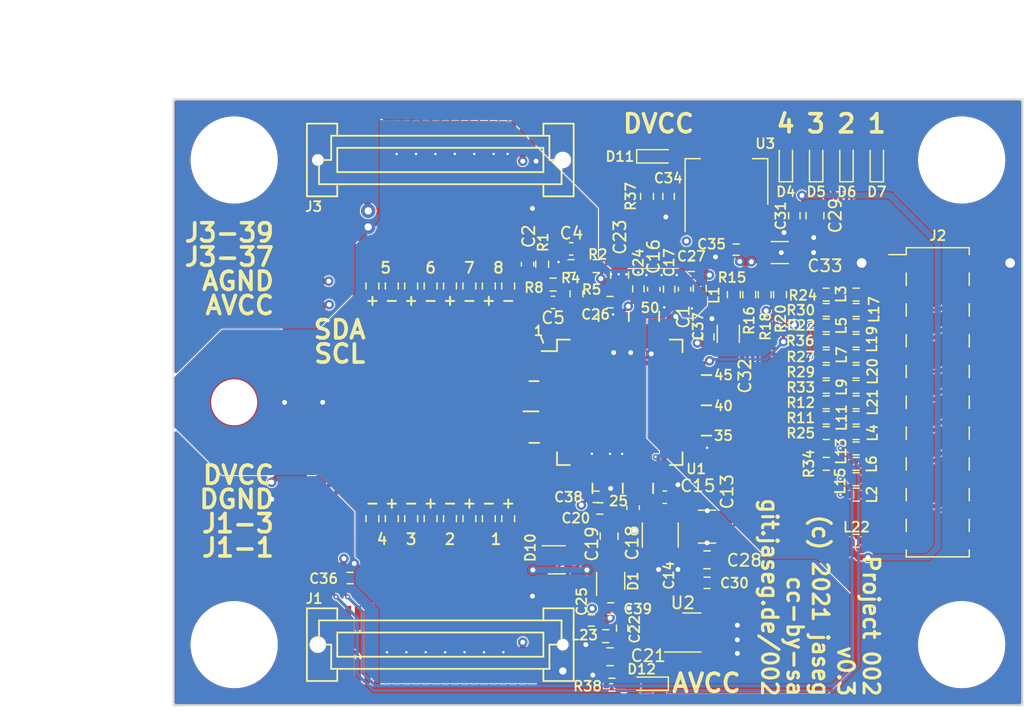
<source format=kicad_pcb>
(kicad_pcb (version 20210126) (generator pcbnew)

  (general
    (thickness 1.66)
  )

  (paper "A4")
  (layers
    (0 "F.Cu" signal)
    (1 "In1.Cu" signal)
    (2 "In2.Cu" signal)
    (31 "B.Cu" signal)
    (32 "B.Adhes" user "B.Adhesive")
    (33 "F.Adhes" user "F.Adhesive")
    (34 "B.Paste" user)
    (35 "F.Paste" user)
    (36 "B.SilkS" user "B.Silkscreen")
    (37 "F.SilkS" user "F.Silkscreen")
    (38 "B.Mask" user)
    (39 "F.Mask" user)
    (40 "Dwgs.User" user "User.Drawings")
    (41 "Cmts.User" user "User.Comments")
    (42 "Eco1.User" user "User.Eco1")
    (43 "Eco2.User" user "User.Eco2")
    (44 "Edge.Cuts" user)
    (45 "Margin" user)
    (46 "B.CrtYd" user "B.Courtyard")
    (47 "F.CrtYd" user "F.Courtyard")
    (48 "B.Fab" user)
    (49 "F.Fab" user)
  )

  (setup
    (stackup
      (layer "F.SilkS" (type "Top Silk Screen"))
      (layer "F.Paste" (type "Top Solder Paste"))
      (layer "F.Mask" (type "Top Solder Mask") (color "Green") (thickness 0.01))
      (layer "F.Cu" (type "copper") (thickness 0.035))
      (layer "dielectric 1" (type "core") (thickness 0.5) (material "FR4") (epsilon_r 4.5) (loss_tangent 0.02))
      (layer "In1.Cu" (type "copper") (thickness 0.035))
      (layer "dielectric 2" (type "prepreg") (thickness 0.5) (material "FR4") (epsilon_r 4.5) (loss_tangent 0.02))
      (layer "In2.Cu" (type "copper") (thickness 0.035))
      (layer "dielectric 3" (type "core") (thickness 0.5) (material "FR4") (epsilon_r 4.5) (loss_tangent 0.02))
      (layer "B.Cu" (type "copper") (thickness 0.035))
      (layer "B.Mask" (type "Bottom Solder Mask") (color "Green") (thickness 0.01))
      (layer "B.Paste" (type "Bottom Solder Paste"))
      (layer "B.SilkS" (type "Bottom Silk Screen"))
      (copper_finish "None")
      (dielectric_constraints no)
    )
    (pcbplotparams
      (layerselection 0x00010fc_80000007)
      (disableapertmacros false)
      (usegerberextensions true)
      (usegerberattributes true)
      (usegerberadvancedattributes true)
      (creategerberjobfile true)
      (svguseinch false)
      (svgprecision 6)
      (excludeedgelayer true)
      (plotframeref false)
      (viasonmask false)
      (mode 1)
      (useauxorigin false)
      (hpglpennumber 1)
      (hpglpenspeed 20)
      (hpglpendiameter 15.000000)
      (dxfpolygonmode true)
      (dxfimperialunits true)
      (dxfusepcbnewfont true)
      (psnegative false)
      (psa4output false)
      (plotreference true)
      (plotvalue true)
      (plotinvisibletext false)
      (sketchpadsonfab false)
      (subtractmaskfromsilk false)
      (outputformat 1)
      (mirror false)
      (drillshape 0)
      (scaleselection 1)
      (outputdirectory "gerber")
    )
  )


  (net 0 "")
  (net 1 "VDDA")
  (net 2 "VSSA")
  (net 3 "GNDD")
  (net 4 "VDD")
  (net 5 "Net-(U1-Pad64)")
  (net 6 "+BATT")
  (net 7 "/BIAS")
  (net 8 "Net-(C21-Pad1)")
  (net 9 "Net-(D1-Pad6)")
  (net 10 "/IN3P")
  (net 11 "/IN4N")
  (net 12 "/IN3N")
  (net 13 "/IN4P")
  (net 14 "Net-(D2-Pad6)")
  (net 15 "/IN1P")
  (net 16 "/IN2N")
  (net 17 "/IN1N")
  (net 18 "/IN2P")
  (net 19 "Net-(D3-Pad6)")
  (net 20 "Net-(D4-Pad1)")
  (net 21 "Net-(D5-Pad1)")
  (net 22 "Net-(D6-Pad1)")
  (net 23 "Net-(D7-Pad1)")
  (net 24 "/IN5P")
  (net 25 "/IN6N")
  (net 26 "/IN5N")
  (net 27 "/IN6P")
  (net 28 "Net-(D8-Pad6)")
  (net 29 "/IN7P")
  (net 30 "/IN8N")
  (net 31 "/IN7N")
  (net 32 "/IN8P")
  (net 33 "Net-(D9-Pad6)")
  (net 34 "Net-(D10-Pad1)")
  (net 35 "Net-(D10-Pad2)")
  (net 36 "Net-(D10-Pad6)")
  (net 37 "Net-(J2-Pad5)")
  (net 38 "Net-(J2-Pad9)")
  (net 39 "Net-(J2-Pad10)")
  (net 40 "Net-(J2-Pad11)")
  (net 41 "Net-(J2-Pad12)")
  (net 42 "Net-(J2-Pad13)")
  (net 43 "Net-(J2-Pad14)")
  (net 44 "Net-(J2-Pad15)")
  (net 45 "Net-(J2-Pad17)")
  (net 46 "Net-(J2-Pad18)")
  (net 47 "/ADS_NPWDN")
  (net 48 "/ADS_NRST")
  (net 49 "/ADS_SCK")
  (net 50 "/ADS_MISO")
  (net 51 "/ADS_MOSI")
  (net 52 "/ADS_NCS")
  (net 53 "/ADS_START")
  (net 54 "/ADS_NDRDY")
  (net 55 "/ADS_CLK")
  (net 56 "/ADS_CLKSEL")
  (net 57 "/ADS_DAISY_IN")
  (net 58 "Net-(U2-Pad4)")
  (net 59 "Net-(D11-Pad1)")
  (net 60 "/AVDD1")
  (net 61 "/BIASOUT")
  (net 62 "/1PD")
  (net 63 "/1ND")
  (net 64 "/BIASREF")
  (net 65 "/BIASINV")
  (net 66 "/2PD")
  (net 67 "/2ND")
  (net 68 "/3PD")
  (net 69 "/3ND")
  (net 70 "/4PD")
  (net 71 "/4ND")
  (net 72 "/5PD")
  (net 73 "/5ND")
  (net 74 "/6PD")
  (net 75 "/6ND")
  (net 76 "/7PD")
  (net 77 "/7ND")
  (net 78 "/8PD")
  (net 79 "/8ND")
  (net 80 "/VCAP1")
  (net 81 "/VCAP2")
  (net 82 "/VCAP3")
  (net 83 "/VCAP4")
  (net 84 "/VREFP")
  (net 85 "/SRB1")
  (net 86 "/SRB2")
  (net 87 "/BIASIN")
  (net 88 "/ADS_NPWDN_DR")
  (net 89 "/ADS_NRST_DR")
  (net 90 "/ADS_GPIO4")
  (net 91 "/ADS_GPIO3")
  (net 92 "/ADS_GPIO2")
  (net 93 "/ADS_GPIO1")
  (net 94 "/ADS_SCLK_DR")
  (net 95 "/ADS_DOUT_DR")
  (net 96 "/ADS_DIN_DR")
  (net 97 "/ADS_NCS_DR")
  (net 98 "/ADS_START_DR")
  (net 99 "/ADS_NDRDY_DR")
  (net 100 "/ADS_CLK_DR")
  (net 101 "/ADS_CLKSEL_DR")
  (net 102 "/ADS_DAISY_IN_DR")
  (net 103 "Net-(J1-Pad35)")
  (net 104 "Net-(J2-Pad3)")
  (net 105 "Net-(J2-Pad4)")
  (net 106 "Net-(J2-Pad6)")
  (net 107 "Net-(J2-Pad7)")
  (net 108 "Net-(J2-Pad8)")
  (net 109 "Net-(J1-Pad1)")
  (net 110 "/SDA_PT")
  (net 111 "Net-(J1-Pad3)")
  (net 112 "/SCL_PT")
  (net 113 "Net-(J3-Pad37)")
  (net 114 "Net-(J3-Pad39)")
  (net 115 "Net-(J3-Pad4)")
  (net 116 "Net-(J3-Pad6)")
  (net 117 "Net-(D12-Pad2)")

  (footprint "Housings_QFP:TQFP-64_10x10mm_Pitch0.5mm" (layer "F.Cu") (at 146.8 115))

  (footprint "TO_SOT_Packages_SMD:SOT-223-3Lead_TabPin2" (layer "F.Cu") (at 155.6 96.8 90))

  (footprint "Capacitor_SMD:C_0603_1608Metric" (layer "F.Cu") (at 152.146 105.664 90))

  (footprint "Capacitor_SMD:C_0603_1608Metric" (layer "F.Cu") (at 139.2 103.6 -90))

  (footprint "Capacitor_SMD:C_0603_1608Metric" (layer "F.Cu") (at 142.7988 102.3366 180))

  (footprint "Capacitor_SMD:C_0603_1608Metric" (layer "F.Cu") (at 141.3002 106.7562))

  (footprint "Capacitor_SMD:C_1210_3225Metric" (layer "F.Cu") (at 154.0002 125.2616))

  (footprint "Capacitor_SMD:C_0603_1608Metric" (layer "F.Cu") (at 150.5116 122.8344))

  (footprint "Capacitor_SMD:C_0603_1608Metric" (layer "F.Cu") (at 149.606 105.664 90))

  (footprint "Capacitors_SMD:C_0402" (layer "F.Cu") (at 150.876 105.664 90))

  (footprint "Capacitor_SMD:C_0603_1608Metric" (layer "F.Cu") (at 147.9042 123.698 -90))

  (footprint "Capacitors_SMD:C_0402" (layer "F.Cu") (at 145.161 123.763 180))

  (footprint "Capacitors_SMD:C_0402" (layer "F.Cu") (at 147 133.6406 90))

  (footprint "Capacitors_SMD:C_0402" (layer "F.Cu") (at 148.336 105.6386 90))

  (footprint "Capacitors_SMD:C_0402" (layer "F.Cu") (at 144.45 133 180))

  (footprint "Capacitors_SMD:C_0402" (layer "F.Cu") (at 145.9992 106.7308))

  (footprint "Capacitors_SMD:C_0402" (layer "F.Cu") (at 152.7 103.7336 180))

  (footprint "Capacitors_SMD:C_0402" (layer "F.Cu") (at 154 129.9 180))

  (footprint "Capacitors_SMD:C_0402" (layer "F.Cu") (at 161.2 99.6 -90))

  (footprint "Capacitors_SMD:C_0402" (layer "F.Cu") (at 150.828 98.006 -90))

  (footprint "Capacitors_SMD:C_0402" (layer "F.Cu") (at 156.4 102.4 180))

  (footprint "Capacitors_SMD:C_0402" (layer "F.Cu") (at 124.55 129.5))

  (footprint "Capacitors_SMD:C_0402" (layer "F.Cu") (at 154.1 109.6 90))

  (footprint "TO_SOT_Packages_SMD:SOT-363_SC-70-6" (layer "F.Cu") (at 146.05 129.732 90))

  (footprint "LEDs:LED_0603_HandSoldering" (layer "F.Cu") (at 160.5 95 90))

  (footprint "LEDs:LED_0603_HandSoldering" (layer "F.Cu") (at 163 95 90))

  (footprint "LEDs:LED_0603_HandSoldering" (layer "F.Cu") (at 165.5 95 90))

  (footprint "LEDs:LED_0603_HandSoldering" (layer "F.Cu") (at 168 95 90))

  (footprint "TO_SOT_Packages_SMD:SOT-363_SC-70-6" (layer "F.Cu") (at 141.6 128))

  (footprint "Resistors_SMD:R_0402" (layer "F.Cu") (at 153.4 105.6 -90))

  (footprint "Resistors_SMD:R_0402" (layer "F.Cu") (at 166.2938 106.11))

  (footprint "Resistors_SMD:R_0402" (layer "F.Cu") (at 166.2938 108.65))

  (footprint "Resistors_SMD:R_0402" (layer "F.Cu") (at 166.2938 111.19))

  (footprint "Resistors_SMD:R_0402" (layer "F.Cu") (at 166.2938 113.73))

  (footprint "Resistors_SMD:R_0402" (layer "F.Cu") (at 166.2938 116.27))

  (footprint "Resistors_SMD:R_0402" (layer "F.Cu") (at 166.2938 118.81))

  (footprint "Resistors_SMD:R_0402" (layer "F.Cu") (at 166.2938 121.35))

  (footprint "Resistors_SMD:R_0402" (layer "F.Cu") (at 166.2938 107.38))

  (footprint "Resistors_SMD:R_0402" (layer "F.Cu") (at 166.2938 109.92))

  (footprint "Resistors_SMD:R_0402" (layer "F.Cu") (at 166.2938 112.46))

  (footprint "Resistors_SMD:R_0402" (layer "F.Cu") (at 166.2938 115))

  (footprint "Resistors_SMD:R_0402" (layer "F.Cu") (at 166.2938 126.43 180))

  (footprint "Resistors_SMD:R_0402" (layer "F.Cu") (at 145.6432 134.301 180))

  (footprint "Resistors_SMD:R_0402" (layer "F.Cu") (at 140.4 103.6 90))

  (footprint "Resistors_SMD:R_0402" (layer "F.Cu") (at 144.8562 103.759))

  (footprint "Resistors_SMD:R_0402" (layer "F.Cu") (at 137.6 124.6 -90))

  (footprint "Resistors_SMD:R_0402" (layer "F.Cu") (at 142.7806 103.759))

  (footprint "Resistors_SMD:R_0402" (layer "F.Cu") (at 143.2306 106.045 -90))

  (footprint "Resistors_SMD:R_0402" (layer "F.Cu") (at 136 124.6 -90))

  (footprint "Resistors_SMD:R_0402" (layer "F.Cu") (at 134.4 124.6 -90))

  (footprint "Resistors_SMD:R_0402" (layer "F.Cu") (at 141.3002 105.283 180))

  (footprint "Resistors_SMD:R_0402" (layer "F.Cu") (at 132.8 124.6 -90))

  (footprint "Resistors_SMD:R_0402" (layer "F.Cu") (at 131.2 124.6 -90))

  (footprint "Resistors_SMD:R_0402" (layer "F.Cu") (at 163.83 116.27 180))

  (footprint "Resistors_SMD:R_0402" (layer "F.Cu") (at 163.83 115 180))

  (footprint "Resistors_SMD:R_0402" (layer "F.Cu") (at 129.6 124.6 -90))

  (footprint "Resistors_SMD:R_0402" (layer "F.Cu") (at 128 124.6 -90))

  (footprint "Resistors_SMD:R_0402" (layer "F.Cu") (at 156.21 106.11 -90))

  (footprint "Resistors_SMD:R_0402" (layer "F.Cu") (at 157.48 106.11 -90))

  (footprint "Resistors_SMD:R_0402" (layer "F.Cu") (at 126.4 124.6 -90))

  (footprint "Resistors_SMD:R_0402" (layer "F.Cu") (at 158.75 106.11 -90))

  (footprint "Resistors_SMD:R_0402" (layer "F.Cu") (at 126.4 105.4 90))

  (footprint "Resistors_SMD:R_0402" (layer "F.Cu") (at 160.02 106.11 -90))

  (footprint "Resistors_SMD:R_0402" (layer "F.Cu") (at 128 105.4 90))

  (footprint "Resistors_SMD:R_0402" (layer "F.Cu") (at 163.83 108.65 180))

  (footprint "Resistors_SMD:R_0402" (layer "F.Cu")
    (tedit 5B3770EA) (tstamp 00000000-0000-0000-0000-00005b348f03)
    (at 129.6 105.4 90)
    (d
... [1797396 chars truncated]
</source>
